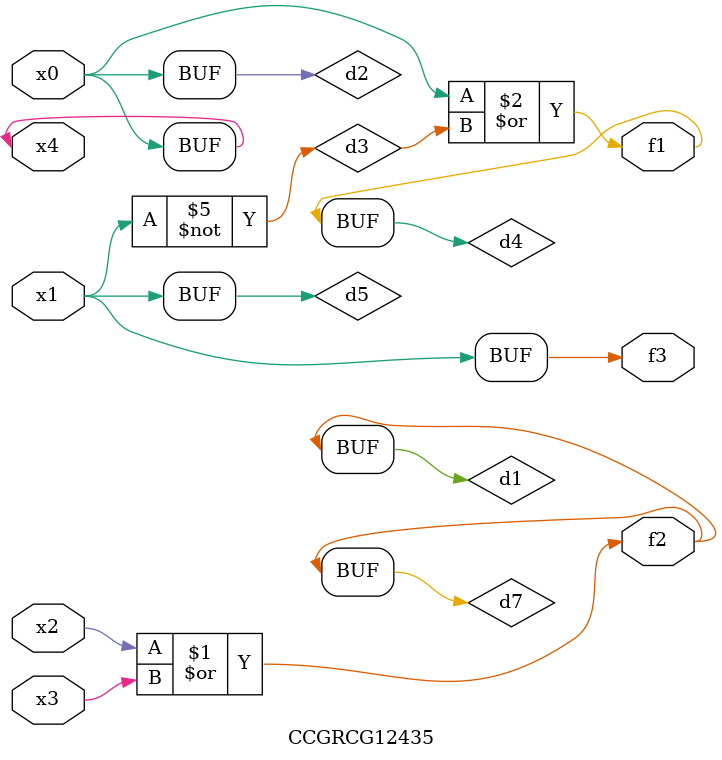
<source format=v>
module CCGRCG12435(
	input x0, x1, x2, x3, x4,
	output f1, f2, f3
);

	wire d1, d2, d3, d4, d5, d6, d7;

	or (d1, x2, x3);
	buf (d2, x0, x4);
	not (d3, x1);
	or (d4, d2, d3);
	not (d5, d3);
	nand (d6, d1, d3);
	or (d7, d1);
	assign f1 = d4;
	assign f2 = d7;
	assign f3 = d5;
endmodule

</source>
